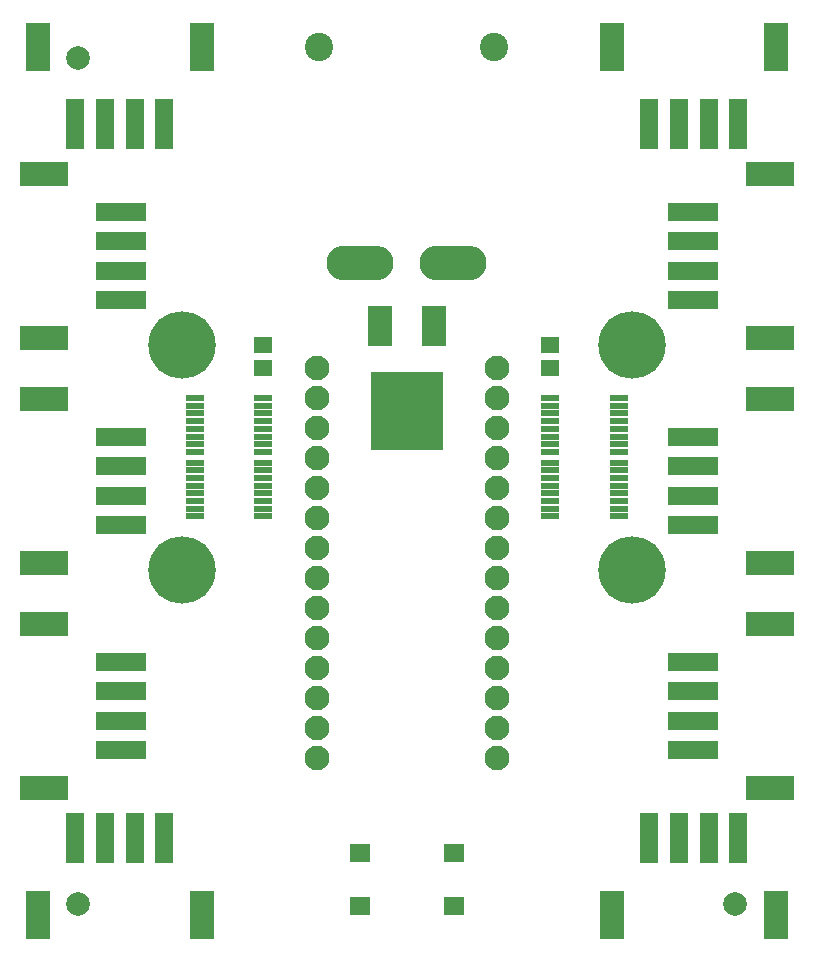
<source format=gts>
G04 #@! TF.FileFunction,Soldermask,Top*
%FSLAX46Y46*%
G04 Gerber Fmt 4.6, Leading zero omitted, Abs format (unit mm)*
G04 Created by KiCad (PCBNEW 4.0.7-e2-6376~58~ubuntu16.04.1) date Sun Dec 16 12:58:54 2018*
%MOMM*%
%LPD*%
G01*
G04 APERTURE LIST*
%ADD10C,0.100000*%
%ADD11C,5.700000*%
%ADD12R,1.600000X1.400000*%
%ADD13C,2.000000*%
%ADD14C,2.100000*%
%ADD15R,2.000000X4.100000*%
%ADD16R,1.500000X4.200000*%
%ADD17R,4.100000X2.000000*%
%ADD18R,4.200000X1.500000*%
%ADD19R,1.600000X0.550000*%
%ADD20O,5.670000X2.940000*%
%ADD21C,2.400000*%
%ADD22R,6.200000X6.600000*%
%ADD23R,2.000000X3.400000*%
%ADD24R,1.750000X1.500000*%
G04 APERTURE END LIST*
D10*
D11*
X8750000Y-24275000D03*
X46850000Y-24275000D03*
X8750000Y-43325000D03*
X46850000Y-43325000D03*
D12*
X15650000Y-26275000D03*
X15650000Y-24275000D03*
X39950000Y-26275000D03*
X39950000Y-24275000D03*
D13*
X0Y0D03*
X0Y-71600000D03*
X55600000Y-71600000D03*
D14*
X35420000Y-59285000D03*
X35420000Y-56745000D03*
X35420000Y-54205000D03*
X35420000Y-51665000D03*
X35420000Y-49125000D03*
X35420000Y-46585000D03*
X35420000Y-44045000D03*
X35420000Y-41505000D03*
X35420000Y-38965000D03*
X35420000Y-36425000D03*
X35420000Y-33885000D03*
X35420000Y-31345000D03*
X35420000Y-28805000D03*
X35420000Y-26265000D03*
X20180000Y-59285000D03*
X20180000Y-56745000D03*
X20180000Y-54205000D03*
X20180000Y-51665000D03*
X20180000Y-49125000D03*
X20180000Y-46585000D03*
X20180000Y-44045000D03*
X20180000Y-41505000D03*
X20180000Y-38965000D03*
X20180000Y-36425000D03*
X20180000Y-33885000D03*
X20180000Y-31345000D03*
X20180000Y-28805000D03*
X20180000Y-26265000D03*
D15*
X10450000Y950000D03*
D16*
X7250000Y-5580000D03*
D15*
X-3450000Y950000D03*
D16*
X4750000Y-5580000D03*
X2250000Y-5580000D03*
X-250000Y-5580000D03*
D17*
X-2950000Y-9800000D03*
D18*
X3580000Y-13000000D03*
D17*
X-2950000Y-23700000D03*
D18*
X3580000Y-15500000D03*
X3580000Y-18000000D03*
X3580000Y-20500000D03*
D17*
X-2950000Y-28850000D03*
D18*
X3580000Y-32050000D03*
D17*
X-2950000Y-42750000D03*
D18*
X3580000Y-34550000D03*
X3580000Y-37050000D03*
X3580000Y-39550000D03*
D17*
X-2950000Y-47900000D03*
D18*
X3580000Y-51100000D03*
D17*
X-2950000Y-61800000D03*
D18*
X3580000Y-53600000D03*
X3580000Y-56100000D03*
X3580000Y-58600000D03*
D15*
X-3450000Y-72550000D03*
D16*
X-250000Y-66020000D03*
D15*
X10450000Y-72550000D03*
D16*
X2250000Y-66020000D03*
X4750000Y-66020000D03*
X7250000Y-66020000D03*
D15*
X45150000Y-72550000D03*
D16*
X48350000Y-66020000D03*
D15*
X59050000Y-72550000D03*
D16*
X50850000Y-66020000D03*
X53350000Y-66020000D03*
X55850000Y-66020000D03*
D17*
X58550000Y-61800000D03*
D18*
X52020000Y-58600000D03*
D17*
X58550000Y-47900000D03*
D18*
X52020000Y-56100000D03*
X52020000Y-53600000D03*
X52020000Y-51100000D03*
D17*
X58550000Y-42750000D03*
D18*
X52020000Y-39550000D03*
D17*
X58550000Y-28850000D03*
D18*
X52020000Y-37050000D03*
X52020000Y-34550000D03*
X52020000Y-32050000D03*
D17*
X58550000Y-23700000D03*
D18*
X52020000Y-20500000D03*
D17*
X58550000Y-9800000D03*
D18*
X52020000Y-18000000D03*
X52020000Y-15500000D03*
X52020000Y-13000000D03*
D15*
X59050000Y950000D03*
D16*
X55850000Y-5580000D03*
D15*
X45150000Y950000D03*
D16*
X53350000Y-5580000D03*
X50850000Y-5580000D03*
X48350000Y-5580000D03*
D19*
X39950000Y-34250000D03*
X39950000Y-34900000D03*
X39950000Y-35550000D03*
X39950000Y-36200000D03*
X39950000Y-36850000D03*
X39950000Y-37500000D03*
X39950000Y-38150000D03*
X39950000Y-38800000D03*
X45750000Y-34250000D03*
X45750000Y-34900000D03*
X45750000Y-35550000D03*
X45750000Y-36200000D03*
X45750000Y-36850000D03*
X45750000Y-37500000D03*
X45750000Y-38150000D03*
X45750000Y-38800000D03*
X45750000Y-33350000D03*
X45750000Y-32700000D03*
X45750000Y-32050000D03*
X45750000Y-31400000D03*
X45750000Y-30750000D03*
X45750000Y-30100000D03*
X45750000Y-29450000D03*
X45750000Y-28800000D03*
X39950000Y-33350000D03*
X39950000Y-32700000D03*
X39950000Y-32050000D03*
X39950000Y-31400000D03*
X39950000Y-30750000D03*
X39950000Y-30100000D03*
X39950000Y-29450000D03*
X39950000Y-28800000D03*
X15650000Y-38800000D03*
X15650000Y-38150000D03*
X15650000Y-37500000D03*
X15650000Y-36850000D03*
X15650000Y-36200000D03*
X15650000Y-35550000D03*
X15650000Y-34900000D03*
X15650000Y-34250000D03*
X9850000Y-38800000D03*
X9850000Y-38150000D03*
X9850000Y-37500000D03*
X9850000Y-36850000D03*
X9850000Y-36200000D03*
X9850000Y-35550000D03*
X9850000Y-34900000D03*
X9850000Y-34250000D03*
X9850000Y-28800000D03*
X9850000Y-29450000D03*
X9850000Y-30100000D03*
X9850000Y-30750000D03*
X9850000Y-31400000D03*
X9850000Y-32050000D03*
X9850000Y-32700000D03*
X9850000Y-33350000D03*
X15650000Y-28800000D03*
X15650000Y-29450000D03*
X15650000Y-30100000D03*
X15650000Y-30750000D03*
X15650000Y-31400000D03*
X15650000Y-32050000D03*
X15650000Y-32700000D03*
X15650000Y-33350000D03*
D20*
X23850000Y-17340000D03*
D21*
X20410000Y900000D03*
D20*
X31750000Y-17340000D03*
D21*
X35190000Y900000D03*
D22*
X27800000Y-29905000D03*
D23*
X25515000Y-22725000D03*
X30085000Y-22725000D03*
D24*
X31775000Y-71775000D03*
X23825000Y-71775000D03*
X31775000Y-67275000D03*
X23825000Y-67275000D03*
M02*

</source>
